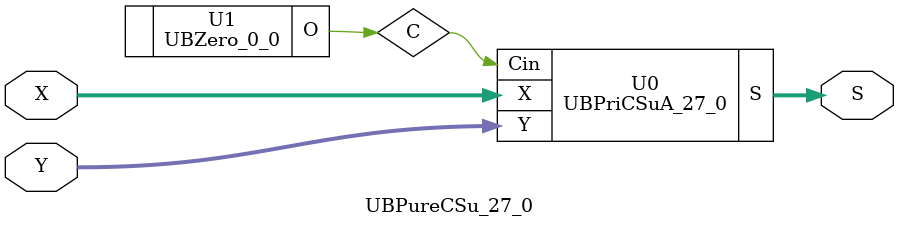
<source format=v>
/*----------------------------------------------------------------------------
  Copyright (c) 2021 Homma laboratory. All rights reserved.

  Top module: UBCSu_27_0_27_0

  Operand-1 length: 28
  Operand-2 length: 28
  Two-operand addition algorithm: Conditional sum adder
----------------------------------------------------------------------------*/

module UBFA_0(C, S, X, Y, Z);
  output C;
  output S;
  input X;
  input Y;
  input Z;
  assign C = ( X & Y ) | ( Y & Z ) | ( Z & X );
  assign S = X ^ Y ^ Z;
endmodule

module UBHCSuB_0_0(C, S, X, Y, Ci);
  output C;
  output S;
  input Ci;
  input X;
  input Y;
  UBFA_0 U0 (C, S, X, Y, Ci);
endmodule

module UBZero_1_1(O);
  output [1:1] O;
  assign O[1] = 0;
endmodule

module UBOne_1(O);
  output O;
  assign O = 1;
endmodule

module UBFA_1(C, S, X, Y, Z);
  output C;
  output S;
  input X;
  input Y;
  input Z;
  assign C = ( X & Y ) | ( Y & Z ) | ( Z & X );
  assign S = X ^ Y ^ Z;
endmodule

module UBCSuB_1_1(C_0, C_1, S_0, S_1, X, Y);
  output C_0;
  output C_1;
  output S_0;
  output S_1;
  input X;
  input Y;
  wire Ci_0;
  wire Ci_1;
  wire Co_0;
  wire Co_1;
  assign C_0 = ( Co_0 & ( ~ Ci_0 ) ) | ( Co_1 & Ci_0 );
  assign C_1 = ( Co_0 & ( ~ Ci_1 ) ) | ( Co_1 & Ci_1 );
  UBZero_1_1 U0 (Ci_0);
  UBOne_1 U1 (Ci_1);
  UBFA_1 U2 (Co_0, S_0, X, Y, Ci_0);
  UBFA_1 U3 (Co_1, S_1, X, Y, Ci_1);
endmodule

module UBHCSuB_1_0(C, S, X, Y, Ci);
  output C;
  output [1:0] S;
  input Ci;
  input [1:0] X;
  input [1:0] Y;
  wire C_0;
  wire C_1;
  wire Co;
  wire S_0;
  wire S_1;
  assign S[1] = ( S_0 & ( ~ Co ) ) | ( S_1 & Co );
  assign C = ( C_0 & ( ~ Co ) ) | ( C_1 & Co );
  UBHCSuB_0_0 U0 (Co, S[0], X[0], Y[0], Ci);
  UBCSuB_1_1 U1 (C_0, C_1, S_0, S_1, X[1], Y[1]);
endmodule

module UBZero_2_2(O);
  output [2:2] O;
  assign O[2] = 0;
endmodule

module UBOne_2(O);
  output O;
  assign O = 1;
endmodule

module UBFA_2(C, S, X, Y, Z);
  output C;
  output S;
  input X;
  input Y;
  input Z;
  assign C = ( X & Y ) | ( Y & Z ) | ( Z & X );
  assign S = X ^ Y ^ Z;
endmodule

module UBCSuB_2_2(C_0, C_1, S_0, S_1, X, Y);
  output C_0;
  output C_1;
  output S_0;
  output S_1;
  input X;
  input Y;
  wire Ci_0;
  wire Ci_1;
  wire Co_0;
  wire Co_1;
  assign C_0 = ( Co_0 & ( ~ Ci_0 ) ) | ( Co_1 & Ci_0 );
  assign C_1 = ( Co_0 & ( ~ Ci_1 ) ) | ( Co_1 & Ci_1 );
  UBZero_2_2 U0 (Ci_0);
  UBOne_2 U1 (Ci_1);
  UBFA_2 U2 (Co_0, S_0, X, Y, Ci_0);
  UBFA_2 U3 (Co_1, S_1, X, Y, Ci_1);
endmodule

module UBZero_3_3(O);
  output [3:3] O;
  assign O[3] = 0;
endmodule

module UBOne_3(O);
  output O;
  assign O = 1;
endmodule

module UBFA_3(C, S, X, Y, Z);
  output C;
  output S;
  input X;
  input Y;
  input Z;
  assign C = ( X & Y ) | ( Y & Z ) | ( Z & X );
  assign S = X ^ Y ^ Z;
endmodule

module UBCSuB_3_3(C_0, C_1, S_0, S_1, X, Y);
  output C_0;
  output C_1;
  output S_0;
  output S_1;
  input X;
  input Y;
  wire Ci_0;
  wire Ci_1;
  wire Co_0;
  wire Co_1;
  assign C_0 = ( Co_0 & ( ~ Ci_0 ) ) | ( Co_1 & Ci_0 );
  assign C_1 = ( Co_0 & ( ~ Ci_1 ) ) | ( Co_1 & Ci_1 );
  UBZero_3_3 U0 (Ci_0);
  UBOne_3 U1 (Ci_1);
  UBFA_3 U2 (Co_0, S_0, X, Y, Ci_0);
  UBFA_3 U3 (Co_1, S_1, X, Y, Ci_1);
endmodule

module UBCSuB_3_2(C_0, C_1, S_0, S_1, X, Y);
  output C_0;
  output C_1;
  output [3:2] S_0;
  output [3:2] S_1;
  input [3:2] X;
  input [3:2] Y;
  wire Ci_0;
  wire Ci_1;
  wire Co_0;
  wire Co_1;
  wire So_0;
  wire So_1;
  assign S_0[3] = ( So_0 & ( ~ Ci_0 ) ) | ( So_1 & Ci_0 );
  assign C_0 = ( Co_0 & ( ~ Ci_0 ) ) | ( Co_1 & Ci_0 );
  assign S_1[3] = ( So_0 & ( ~ Ci_1 ) ) | ( So_1 & Ci_1 );
  assign C_1 = ( Co_0 & ( ~ Ci_1 ) ) | ( Co_1 & Ci_1 );
  UBCSuB_2_2 U0 (Ci_0, Ci_1, S_0[2], S_1[2], X[2], Y[2]);
  UBCSuB_3_3 U1 (Co_0, Co_1, So_0, So_1, X[3], Y[3]);
endmodule

module UBHCSuB_3_0(C, S, X, Y, Ci);
  output C;
  output [3:0] S;
  input Ci;
  input [3:0] X;
  input [3:0] Y;
  wire C_0;
  wire C_1;
  wire Co;
  wire [3:2] S_0;
  wire [3:2] S_1;
  assign S[2] = ( S_0[2] & ( ~ Co ) ) | ( S_1[2] & Co );
  assign S[3] = ( S_0[3] & ( ~ Co ) ) | ( S_1[3] & Co );
  assign C = ( C_0 & ( ~ Co ) ) | ( C_1 & Co );
  UBHCSuB_1_0 U0 (Co, S[1:0], X[1:0], Y[1:0], Ci);
  UBCSuB_3_2 U1 (C_0, C_1, S_0, S_1, X[3:2], Y[3:2]);
endmodule

module UBZero_4_4(O);
  output [4:4] O;
  assign O[4] = 0;
endmodule

module UBOne_4(O);
  output O;
  assign O = 1;
endmodule

module UBFA_4(C, S, X, Y, Z);
  output C;
  output S;
  input X;
  input Y;
  input Z;
  assign C = ( X & Y ) | ( Y & Z ) | ( Z & X );
  assign S = X ^ Y ^ Z;
endmodule

module UBCSuB_4_4(C_0, C_1, S_0, S_1, X, Y);
  output C_0;
  output C_1;
  output S_0;
  output S_1;
  input X;
  input Y;
  wire Ci_0;
  wire Ci_1;
  wire Co_0;
  wire Co_1;
  assign C_0 = ( Co_0 & ( ~ Ci_0 ) ) | ( Co_1 & Ci_0 );
  assign C_1 = ( Co_0 & ( ~ Ci_1 ) ) | ( Co_1 & Ci_1 );
  UBZero_4_4 U0 (Ci_0);
  UBOne_4 U1 (Ci_1);
  UBFA_4 U2 (Co_0, S_0, X, Y, Ci_0);
  UBFA_4 U3 (Co_1, S_1, X, Y, Ci_1);
endmodule

module UBZero_5_5(O);
  output [5:5] O;
  assign O[5] = 0;
endmodule

module UBOne_5(O);
  output O;
  assign O = 1;
endmodule

module UBFA_5(C, S, X, Y, Z);
  output C;
  output S;
  input X;
  input Y;
  input Z;
  assign C = ( X & Y ) | ( Y & Z ) | ( Z & X );
  assign S = X ^ Y ^ Z;
endmodule

module UBCSuB_5_5(C_0, C_1, S_0, S_1, X, Y);
  output C_0;
  output C_1;
  output S_0;
  output S_1;
  input X;
  input Y;
  wire Ci_0;
  wire Ci_1;
  wire Co_0;
  wire Co_1;
  assign C_0 = ( Co_0 & ( ~ Ci_0 ) ) | ( Co_1 & Ci_0 );
  assign C_1 = ( Co_0 & ( ~ Ci_1 ) ) | ( Co_1 & Ci_1 );
  UBZero_5_5 U0 (Ci_0);
  UBOne_5 U1 (Ci_1);
  UBFA_5 U2 (Co_0, S_0, X, Y, Ci_0);
  UBFA_5 U3 (Co_1, S_1, X, Y, Ci_1);
endmodule

module UBCSuB_5_4(C_0, C_1, S_0, S_1, X, Y);
  output C_0;
  output C_1;
  output [5:4] S_0;
  output [5:4] S_1;
  input [5:4] X;
  input [5:4] Y;
  wire Ci_0;
  wire Ci_1;
  wire Co_0;
  wire Co_1;
  wire So_0;
  wire So_1;
  assign S_0[5] = ( So_0 & ( ~ Ci_0 ) ) | ( So_1 & Ci_0 );
  assign C_0 = ( Co_0 & ( ~ Ci_0 ) ) | ( Co_1 & Ci_0 );
  assign S_1[5] = ( So_0 & ( ~ Ci_1 ) ) | ( So_1 & Ci_1 );
  assign C_1 = ( Co_0 & ( ~ Ci_1 ) ) | ( Co_1 & Ci_1 );
  UBCSuB_4_4 U0 (Ci_0, Ci_1, S_0[4], S_1[4], X[4], Y[4]);
  UBCSuB_5_5 U1 (Co_0, Co_1, So_0, So_1, X[5], Y[5]);
endmodule

module UBZero_6_6(O);
  output [6:6] O;
  assign O[6] = 0;
endmodule

module UBOne_6(O);
  output O;
  assign O = 1;
endmodule

module UBFA_6(C, S, X, Y, Z);
  output C;
  output S;
  input X;
  input Y;
  input Z;
  assign C = ( X & Y ) | ( Y & Z ) | ( Z & X );
  assign S = X ^ Y ^ Z;
endmodule

module UBCSuB_6_6(C_0, C_1, S_0, S_1, X, Y);
  output C_0;
  output C_1;
  output S_0;
  output S_1;
  input X;
  input Y;
  wire Ci_0;
  wire Ci_1;
  wire Co_0;
  wire Co_1;
  assign C_0 = ( Co_0 & ( ~ Ci_0 ) ) | ( Co_1 & Ci_0 );
  assign C_1 = ( Co_0 & ( ~ Ci_1 ) ) | ( Co_1 & Ci_1 );
  UBZero_6_6 U0 (Ci_0);
  UBOne_6 U1 (Ci_1);
  UBFA_6 U2 (Co_0, S_0, X, Y, Ci_0);
  UBFA_6 U3 (Co_1, S_1, X, Y, Ci_1);
endmodule

module UBCSuB_6_4(C_0, C_1, S_0, S_1, X, Y);
  output C_0;
  output C_1;
  output [6:4] S_0;
  output [6:4] S_1;
  input [6:4] X;
  input [6:4] Y;
  wire Ci_0;
  wire Ci_1;
  wire Co_0;
  wire Co_1;
  wire [6:6] So_0;
  wire [6:6] So_1;
  assign S_0[6] = ( So_0 & ( ~ Ci_0 ) ) | ( So_1 & Ci_0 );
  assign C_0 = ( Co_0 & ( ~ Ci_0 ) ) | ( Co_1 & Ci_0 );
  assign S_1[6] = ( So_0 & ( ~ Ci_1 ) ) | ( So_1 & Ci_1 );
  assign C_1 = ( Co_0 & ( ~ Ci_1 ) ) | ( Co_1 & Ci_1 );
  UBCSuB_5_4 U0 (Ci_0, Ci_1, S_0[5:4], S_1[5:4], X[5:4], Y[5:4]);
  UBCSuB_6_6 U1 (Co_0, Co_1, So_0, So_1, X[6], Y[6]);
endmodule

module UBHCSuB_6_0(C, S, X, Y, Ci);
  output C;
  output [6:0] S;
  input Ci;
  input [6:0] X;
  input [6:0] Y;
  wire C_0;
  wire C_1;
  wire Co;
  wire [6:4] S_0;
  wire [6:4] S_1;
  assign S[4] = ( S_0[4] & ( ~ Co ) ) | ( S_1[4] & Co );
  assign S[5] = ( S_0[5] & ( ~ Co ) ) | ( S_1[5] & Co );
  assign S[6] = ( S_0[6] & ( ~ Co ) ) | ( S_1[6] & Co );
  assign C = ( C_0 & ( ~ Co ) ) | ( C_1 & Co );
  UBHCSuB_3_0 U0 (Co, S[3:0], X[3:0], Y[3:0], Ci);
  UBCSuB_6_4 U1 (C_0, C_1, S_0, S_1, X[6:4], Y[6:4]);
endmodule

module UBZero_7_7(O);
  output [7:7] O;
  assign O[7] = 0;
endmodule

module UBOne_7(O);
  output O;
  assign O = 1;
endmodule

module UBFA_7(C, S, X, Y, Z);
  output C;
  output S;
  input X;
  input Y;
  input Z;
  assign C = ( X & Y ) | ( Y & Z ) | ( Z & X );
  assign S = X ^ Y ^ Z;
endmodule

module UBCSuB_7_7(C_0, C_1, S_0, S_1, X, Y);
  output C_0;
  output C_1;
  output S_0;
  output S_1;
  input X;
  input Y;
  wire Ci_0;
  wire Ci_1;
  wire Co_0;
  wire Co_1;
  assign C_0 = ( Co_0 & ( ~ Ci_0 ) ) | ( Co_1 & Ci_0 );
  assign C_1 = ( Co_0 & ( ~ Ci_1 ) ) | ( Co_1 & Ci_1 );
  UBZero_7_7 U0 (Ci_0);
  UBOne_7 U1 (Ci_1);
  UBFA_7 U2 (Co_0, S_0, X, Y, Ci_0);
  UBFA_7 U3 (Co_1, S_1, X, Y, Ci_1);
endmodule

module UBZero_8_8(O);
  output [8:8] O;
  assign O[8] = 0;
endmodule

module UBOne_8(O);
  output O;
  assign O = 1;
endmodule

module UBFA_8(C, S, X, Y, Z);
  output C;
  output S;
  input X;
  input Y;
  input Z;
  assign C = ( X & Y ) | ( Y & Z ) | ( Z & X );
  assign S = X ^ Y ^ Z;
endmodule

module UBCSuB_8_8(C_0, C_1, S_0, S_1, X, Y);
  output C_0;
  output C_1;
  output S_0;
  output S_1;
  input X;
  input Y;
  wire Ci_0;
  wire Ci_1;
  wire Co_0;
  wire Co_1;
  assign C_0 = ( Co_0 & ( ~ Ci_0 ) ) | ( Co_1 & Ci_0 );
  assign C_1 = ( Co_0 & ( ~ Ci_1 ) ) | ( Co_1 & Ci_1 );
  UBZero_8_8 U0 (Ci_0);
  UBOne_8 U1 (Ci_1);
  UBFA_8 U2 (Co_0, S_0, X, Y, Ci_0);
  UBFA_8 U3 (Co_1, S_1, X, Y, Ci_1);
endmodule

module UBCSuB_8_7(C_0, C_1, S_0, S_1, X, Y);
  output C_0;
  output C_1;
  output [8:7] S_0;
  output [8:7] S_1;
  input [8:7] X;
  input [8:7] Y;
  wire Ci_0;
  wire Ci_1;
  wire Co_0;
  wire Co_1;
  wire So_0;
  wire So_1;
  assign S_0[8] = ( So_0 & ( ~ Ci_0 ) ) | ( So_1 & Ci_0 );
  assign C_0 = ( Co_0 & ( ~ Ci_0 ) ) | ( Co_1 & Ci_0 );
  assign S_1[8] = ( So_0 & ( ~ Ci_1 ) ) | ( So_1 & Ci_1 );
  assign C_1 = ( Co_0 & ( ~ Ci_1 ) ) | ( Co_1 & Ci_1 );
  UBCSuB_7_7 U0 (Ci_0, Ci_1, S_0[7], S_1[7], X[7], Y[7]);
  UBCSuB_8_8 U1 (Co_0, Co_1, So_0, So_1, X[8], Y[8]);
endmodule

module UBZero_9_9(O);
  output [9:9] O;
  assign O[9] = 0;
endmodule

module UBOne_9(O);
  output O;
  assign O = 1;
endmodule

module UBFA_9(C, S, X, Y, Z);
  output C;
  output S;
  input X;
  input Y;
  input Z;
  assign C = ( X & Y ) | ( Y & Z ) | ( Z & X );
  assign S = X ^ Y ^ Z;
endmodule

module UBCSuB_9_9(C_0, C_1, S_0, S_1, X, Y);
  output C_0;
  output C_1;
  output S_0;
  output S_1;
  input X;
  input Y;
  wire Ci_0;
  wire Ci_1;
  wire Co_0;
  wire Co_1;
  assign C_0 = ( Co_0 & ( ~ Ci_0 ) ) | ( Co_1 & Ci_0 );
  assign C_1 = ( Co_0 & ( ~ Ci_1 ) ) | ( Co_1 & Ci_1 );
  UBZero_9_9 U0 (Ci_0);
  UBOne_9 U1 (Ci_1);
  UBFA_9 U2 (Co_0, S_0, X, Y, Ci_0);
  UBFA_9 U3 (Co_1, S_1, X, Y, Ci_1);
endmodule

module UBZero_10_10(O);
  output [10:10] O;
  assign O[10] = 0;
endmodule

module UBOne_10(O);
  output O;
  assign O = 1;
endmodule

module UBFA_10(C, S, X, Y, Z);
  output C;
  output S;
  input X;
  input Y;
  input Z;
  assign C = ( X & Y ) | ( Y & Z ) | ( Z & X );
  assign S = X ^ Y ^ Z;
endmodule

module UBCSuB_10_10(C_0, C_1, S_0, S_1, X, Y);
  output C_0;
  output C_1;
  output S_0;
  output S_1;
  input X;
  input Y;
  wire Ci_0;
  wire Ci_1;
  wire Co_0;
  wire Co_1;
  assign C_0 = ( Co_0 & ( ~ Ci_0 ) ) | ( Co_1 & Ci_0 );
  assign C_1 = ( Co_0 & ( ~ Ci_1 ) ) | ( Co_1 & Ci_1 );
  UBZero_10_10 U0 (Ci_0);
  UBOne_10 U1 (Ci_1);
  UBFA_10 U2 (Co_0, S_0, X, Y, Ci_0);
  UBFA_10 U3 (Co_1, S_1, X, Y, Ci_1);
endmodule

module UBCSuB_10_9(C_0, C_1, S_0, S_1, X, Y);
  output C_0;
  output C_1;
  output [10:9] S_0;
  output [10:9] S_1;
  input [10:9] X;
  input [10:9] Y;
  wire Ci_0;
  wire Ci_1;
  wire Co_0;
  wire Co_1;
  wire So_0;
  wire So_1;
  assign S_0[10] = ( So_0 & ( ~ Ci_0 ) ) | ( So_1 & Ci_0 );
  assign C_0 = ( Co_0 & ( ~ Ci_0 ) ) | ( Co_1 & Ci_0 );
  assign S_1[10] = ( So_0 & ( ~ Ci_1 ) ) | ( So_1 & Ci_1 );
  assign C_1 = ( Co_0 & ( ~ Ci_1 ) ) | ( Co_1 & Ci_1 );
  UBCSuB_9_9 U0 (Ci_0, Ci_1, S_0[9], S_1[9], X[9], Y[9]);
  UBCSuB_10_10 U1 (Co_0, Co_1, So_0, So_1, X[10], Y[10]);
endmodule

module UBCSuB_10_7(C_0, C_1, S_0, S_1, X, Y);
  output C_0;
  output C_1;
  output [10:7] S_0;
  output [10:7] S_1;
  input [10:7] X;
  input [10:7] Y;
  wire Ci_0;
  wire Ci_1;
  wire Co_0;
  wire Co_1;
  wire [10:9] So_0;
  wire [10:9] So_1;
  assign S_0[9] = ( So_0[9] & ( ~ Ci_0 ) ) | ( So_1[9] & Ci_0 );
  assign S_0[10] = ( So_0[10] & ( ~ Ci_0 ) ) | ( So_1[10] & Ci_0 );
  assign C_0 = ( Co_0 & ( ~ Ci_0 ) ) | ( Co_1 & Ci_0 );
  assign S_1[9] = ( So_0[9] & ( ~ Ci_1 ) ) | ( So_1[9] & Ci_1 );
  assign S_1[10] = ( So_0[10] & ( ~ Ci_1 ) ) | ( So_1[10] & Ci_1 );
  assign C_1 = ( Co_0 & ( ~ Ci_1 ) ) | ( Co_1 & Ci_1 );
  UBCSuB_8_7 U0 (Ci_0, Ci_1, S_0[8:7], S_1[8:7], X[8:7], Y[8:7]);
  UBCSuB_10_9 U1 (Co_0, Co_1, So_0, So_1, X[10:9], Y[10:9]);
endmodule

module UBZero_11_11(O);
  output [11:11] O;
  assign O[11] = 0;
endmodule

module UBOne_11(O);
  output O;
  assign O = 1;
endmodule

module UBFA_11(C, S, X, Y, Z);
  output C;
  output S;
  input X;
  input Y;
  input Z;
  assign C = ( X & Y ) | ( Y & Z ) | ( Z & X );
  assign S = X ^ Y ^ Z;
endmodule

module UBCSuB_11_11(C_0, C_1, S_0, S_1, X, Y);
  output C_0;
  output C_1;
  output S_0;
  output S_1;
  input X;
  input Y;
  wire Ci_0;
  wire Ci_1;
  wire Co_0;
  wire Co_1;
  assign C_0 = ( Co_0 & ( ~ Ci_0 ) ) | ( Co_1 & Ci_0 );
  assign C_1 = ( Co_0 & ( ~ Ci_1 ) ) | ( Co_1 & Ci_1 );
  UBZero_11_11 U0 (Ci_0);
  UBOne_11 U1 (Ci_1);
  UBFA_11 U2 (Co_0, S_0, X, Y, Ci_0);
  UBFA_11 U3 (Co_1, S_1, X, Y, Ci_1);
endmodule

module UBZero_12_12(O);
  output [12:12] O;
  assign O[12] = 0;
endmodule

module UBOne_12(O);
  output O;
  assign O = 1;
endmodule

module UBFA_12(C, S, X, Y, Z);
  output C;
  output S;
  input X;
  input Y;
  input Z;
  assign C = ( X & Y ) | ( Y & Z ) | ( Z & X );
  assign S = X ^ Y ^ Z;
endmodule

module UBCSuB_12_12(C_0, C_1, S_0, S_1, X, Y);
  output C_0;
  output C_1;
  output S_0;
  output S_1;
  input X;
  input Y;
  wire Ci_0;
  wire Ci_1;
  wire Co_0;
  wire Co_1;
  assign C_0 = ( Co_0 & ( ~ Ci_0 ) ) | ( Co_1 & Ci_0 );
  assign C_1 = ( Co_0 & ( ~ Ci_1 ) ) | ( Co_1 & Ci_1 );
  UBZero_12_12 U0 (Ci_0);
  UBOne_12 U1 (Ci_1);
  UBFA_12 U2 (Co_0, S_0, X, Y, Ci_0);
  UBFA_12 U3 (Co_1, S_1, X, Y, Ci_1);
endmodule

module UBCSuB_12_11(C_0, C_1, S_0, S_1, X, Y);
  output C_0;
  output C_1;
  output [12:11] S_0;
  output [12:11] S_1;
  input [12:11] X;
  input [12:11] Y;
  wire Ci_0;
  wire Ci_1;
  wire Co_0;
  wire Co_1;
  wire So_0;
  wire So_1;
  assign S_0[12] = ( So_0 & ( ~ Ci_0 ) ) | ( So_1 & Ci_0 );
  assign C_0 = ( Co_0 & ( ~ Ci_0 ) ) | ( Co_1 & Ci_0 );
  assign S_1[12] = ( So_0 & ( ~ Ci_1 ) ) | ( So_1 & Ci_1 );
  assign C_1 = ( Co_0 & ( ~ Ci_1 ) ) | ( Co_1 & Ci_1 );
  UBCSuB_11_11 U0 (Ci_0, Ci_1, S_0[11], S_1[11], X[11], Y[11]);
  UBCSuB_12_12 U1 (Co_0, Co_1, So_0, So_1, X[12], Y[12]);
endmodule

module UBZero_13_13(O);
  output [13:13] O;
  assign O[13] = 0;
endmodule

module UBOne_13(O);
  output O;
  assign O = 1;
endmodule

module UBFA_13(C, S, X, Y, Z);
  output C;
  output S;
  input X;
  input Y;
  input Z;
  assign C = ( X & Y ) | ( Y & Z ) | ( Z & X );
  assign S = X ^ Y ^ Z;
endmodule

module UBCSuB_13_13(C_0, C_1, S_0, S_1, X, Y);
  output C_0;
  output C_1;
  output S_0;
  output S_1;
  input X;
  input Y;
  wire Ci_0;
  wire Ci_1;
  wire Co_0;
  wire Co_1;
  assign C_0 = ( Co_0 & ( ~ Ci_0 ) ) | ( Co_1 & Ci_0 );
  assign C_1 = ( Co_0 & ( ~ Ci_1 ) ) | ( Co_1 & Ci_1 );
  UBZero_13_13 U0 (Ci_0);
  UBOne_13 U1 (Ci_1);
  UBFA_13 U2 (Co_0, S_0, X, Y, Ci_0);
  UBFA_13 U3 (Co_1, S_1, X, Y, Ci_1);
endmodule

module UBCSuB_13_11(C_0, C_1, S_0, S_1, X, Y);
  output C_0;
  output C_1;
  output [13:11] S_0;
  output [13:11] S_1;
  input [13:11] X;
  input [13:11] Y;
  wire Ci_0;
  wire Ci_1;
  wire Co_0;
  wire Co_1;
  wire [13:13] So_0;
  wire [13:13] So_1;
  assign S_0[13] = ( So_0 & ( ~ Ci_0 ) ) | ( So_1 & Ci_0 );
  assign C_0 = ( Co_0 & ( ~ Ci_0 ) ) | ( Co_1 & Ci_0 );
  assign S_1[13] = ( So_0 & ( ~ Ci_1 ) ) | ( So_1 & Ci_1 );
  assign C_1 = ( Co_0 & ( ~ Ci_1 ) ) | ( Co_1 & Ci_1 );
  UBCSuB_12_11 U0 (Ci_0, Ci_1, S_0[12:11], S_1[12:11], X[12:11], Y[12:11]);
  UBCSuB_13_13 U1 (Co_0, Co_1, So_0, So_1, X[13], Y[13]);
endmodule

module UBCSuB_13_7(C_0, C_1, S_0, S_1, X, Y);
  output C_0;
  output C_1;
  output [13:7] S_0;
  output [13:7] S_1;
  input [13:7] X;
  input [13:7] Y;
  wire Ci_0;
  wire Ci_1;
  wire Co_0;
  wire Co_1;
  wire [13:11] So_0;
  wire [13:11] So_1;
  assign S_0[11] = ( So_0[11] & ( ~ Ci_0 ) ) | ( So_1[11] & Ci_0 );
  assign S_0[12] = ( So_0[12] & ( ~ Ci_0 ) ) | ( So_1[12] & Ci_0 );
  assign S_0[13] = ( So_0[13] & ( ~ Ci_0 ) ) | ( So_1[13] & Ci_0 );
  assign C_0 = ( Co_0 & ( ~ Ci_0 ) ) | ( Co_1 & Ci_0 );
  assign S_1[11] = ( So_0[11] & ( ~ Ci_1 ) ) | ( So_1[11] & Ci_1 );
  assign S_1[12] = ( So_0[12] & ( ~ Ci_1 ) ) | ( So_1[12] & Ci_1 );
  assign S_1[13] = ( So_0[13] & ( ~ Ci_1 ) ) | ( So_1[13] & Ci_1 );
  assign C_1 = ( Co_0 & ( ~ Ci_1 ) ) | ( Co_1 & Ci_1 );
  UBCSuB_10_7 U0 (Ci_0, Ci_1, S_0[10:7], S_1[10:7], X[10:7], Y[10:7]);
  UBCSuB_13_11 U1 (Co_0, Co_1, So_0, So_1, X[13:11], Y[13:11]);
endmodule

module UBHCSuB_13_0(C, S, X, Y, Ci);
  output C;
  output [13:0] S;
  input Ci;
  input [13:0] X;
  input [13:0] Y;
  wire C_0;
  wire C_1;
  wire Co;
  wire [13:7] S_0;
  wire [13:7] S_1;
  assign S[7] = ( S_0[7] & ( ~ Co ) ) | ( S_1[7] & Co );
  assign S[8] = ( S_0[8] & ( ~ Co ) ) | ( S_1[8] & Co );
  assign S[9] = ( S_0[9] & ( ~ Co ) ) | ( S_1[9] & Co );
  assign S[10] = ( S_0[10] & ( ~ Co ) ) | ( S_1[10] & Co );
  assign S[11] = ( S_0[11] & ( ~ Co ) ) | ( S_1[11] & Co );
  assign S[12] = ( S_0[12] & ( ~ Co ) ) | ( S_1[12] & Co );
  assign S[13] = ( S_0[13] & ( ~ Co ) ) | ( S_1[13] & Co );
  assign C = ( C_0 & ( ~ Co ) ) | ( C_1 & Co );
  UBHCSuB_6_0 U0 (Co, S[6:0], X[6:0], Y[6:0], Ci);
  UBCSuB_13_7 U1 (C_0, C_1, S_0, S_1, X[13:7], Y[13:7]);
endmodule

module UBZero_14_14(O);
  output [14:14] O;
  assign O[14] = 0;
endmodule

module UBOne_14(O);
  output O;
  assign O = 1;
endmodule

module UBFA_14(C, S, X, Y, Z);
  output C;
  output S;
  input X;
  input Y;
  input Z;
  assign C = ( X & Y ) | ( Y & Z ) | ( Z & X );
  assign S = X ^ Y ^ Z;
endmodule

module UBCSuB_14_14(C_0, C_1, S_0, S_1, X, Y);
  output C_0;
  output C_1;
  output S_0;
  output S_1;
  input X;
  input Y;
  wire Ci_0;
  wire Ci_1;
  wire Co_0;
  wire Co_1;
  assign C_0 = ( Co_0 & ( ~ Ci_0 ) ) | ( Co_1 & Ci_0 );
  assign C_1 = ( Co_0 & ( ~ Ci_1 ) ) | ( Co_1 & Ci_1 );
  UBZero_14_14 U0 (Ci_0);
  UBOne_14 U1 (Ci_1);
  UBFA_14 U2 (Co_0, S_0, X, Y, Ci_0);
  UBFA_14 U3 (Co_1, S_1, X, Y, Ci_1);
endmodule

module UBZero_15_15(O);
  output [15:15] O;
  assign O[15] = 0;
endmodule

module UBOne_15(O);
  output O;
  assign O = 1;
endmodule

module UBFA_15(C, S, X, Y, Z);
  output C;
  output S;
  input X;
  input Y;
  input Z;
  assign C = ( X & Y ) | ( Y & Z ) | ( Z & X );
  assign S = X ^ Y ^ Z;
endmodule

module UBCSuB_15_15(C_0, C_1, S_0, S_1, X, Y);
  output C_0;
  output C_1;
  output S_0;
  output S_1;
  input X;
  input Y;
  wire Ci_0;
  wire Ci_1;
  wire Co_0;
  wire Co_1;
  assign C_0 = ( Co_0 & ( ~ Ci_0 ) ) | ( Co_1 & Ci_0 );
  assign C_1 = ( Co_0 & ( ~ Ci_1 ) ) | ( Co_1 & Ci_1 );
  UBZero_15_15 U0 (Ci_0);
  UBOne_15 U1 (Ci_1);
  UBFA_15 U2 (Co_0, S_0, X, Y, Ci_0);
  UBFA_15 U3 (Co_1, S_1, X, Y, Ci_1);
endmodule

module UBCSuB_15_14(C_0, C_1, S_0, S_1, X, Y);
  output C_0;
  output C_1;
  output [15:14] S_0;
  output [15:14] S_1;
  input [15:14] X;
  input [15:14] Y;
  wire Ci_0;
  wire Ci_1;
  wire Co_0;
  wire Co_1;
  wire So_0;
  wire So_1;
  assign S_0[15] = ( So_0 & ( ~ Ci_0 ) ) | ( So_1 & Ci_0 );
  assign C_0 = ( Co_0 & ( ~ Ci_0 ) ) | ( Co_1 & Ci_0 );
  assign S_1[15] = ( So_0 & ( ~ Ci_1 ) ) | ( So_1 & Ci_1 );
  assign C_1 = ( Co_0 & ( ~ Ci_1 ) ) | ( Co_1 & Ci_1 );
  UBCSuB_14_14 U0 (Ci_0, Ci_1, S_0[14], S_1[14], X[14], Y[14]);
  UBCSuB_15_15 U1 (Co_0, Co_1, So_0, So_1, X[15], Y[15]);
endmodule

module UBZero_16_16(O);
  output [16:16] O;
  assign O[16] = 0;
endmodule

module UBOne_16(O);
  output O;
  assign O = 1;
endmodule

module UBFA_16(C, S, X, Y, Z);
  output C;
  output S;
  input X;
  input Y;
  input Z;
  assign C = ( X & Y ) | ( Y & Z ) | ( Z & X );
  assign S = X ^ Y ^ Z;
endmodule

module UBCSuB_16_16(C_0, C_1, S_0, S_1, X, Y);
  output C_0;
  output C_1;
  output S_0;
  output S_1;
  input X;
  input Y;
  wire Ci_0;
  wire Ci_1;
  wire Co_0;
  wire Co_1;
  assign C_0 = ( Co_0 & ( ~ Ci_0 ) ) | ( Co_1 & Ci_0 );
  assign C_1 = ( Co_0 & ( ~ Ci_1 ) ) | ( Co_1 & Ci_1 );
  UBZero_16_16 U0 (Ci_0);
  UBOne_16 U1 (Ci_1);
  UBFA_16 U2 (Co_0, S_0, X, Y, Ci_0);
  UBFA_16 U3 (Co_1, S_1, X, Y, Ci_1);
endmodule

module UBZero_17_17(O);
  output [17:17] O;
  assign O[17] = 0;
endmodule

module UBOne_17(O);
  output O;
  assign O = 1;
endmodule

module UBFA_17(C, S, X, Y, Z);
  output C;
  output S;
  input X;
  input Y;
  input Z;
  assign C = ( X & Y ) | ( Y & Z ) | ( Z & X );
  assign S = X ^ Y ^ Z;
endmodule

module UBCSuB_17_17(C_0, C_1, S_0, S_1, X, Y);
  output C_0;
  output C_1;
  output S_0;
  output S_1;
  input X;
  input Y;
  wire Ci_0;
  wire Ci_1;
  wire Co_0;
  wire Co_1;
  assign C_0 = ( Co_0 & ( ~ Ci_0 ) ) | ( Co_1 & Ci_0 );
  assign C_1 = ( Co_0 & ( ~ Ci_1 ) ) | ( Co_1 & Ci_1 );
  UBZero_17_17 U0 (Ci_0);
  UBOne_17 U1 (Ci_1);
  UBFA_17 U2 (Co_0, S_0, X, Y, Ci_0);
  UBFA_17 U3 (Co_1, S_1, X, Y, Ci_1);
endmodule

module UBCSuB_17_16(C_0, C_1, S_0, S_1, X, Y);
  output C_0;
  output C_1;
  output [17:16] S_0;
  output [17:16] S_1;
  input [17:16] X;
  input [17:16] Y;
  wire Ci_0;
  wire Ci_1;
  wire Co_0;
  wire Co_1;
  wire So_0;
  wire So_1;
  assign S_0[17] = ( So_0 & ( ~ Ci_0 ) ) | ( So_1 & Ci_0 );
  assign C_0 = ( Co_0 & ( ~ Ci_0 ) ) | ( Co_1 & Ci_0 );
  assign S_1[17] = ( So_0 & ( ~ Ci_1 ) ) | ( So_1 & Ci_1 );
  assign C_1 = ( Co_0 & ( ~ Ci_1 ) ) | ( Co_1 & Ci_1 );
  UBCSuB_16_16 U0 (Ci_0, Ci_1, S_0[16], S_1[16], X[16], Y[16]);
  UBCSuB_17_17 U1 (Co_0, Co_1, So_0, So_1, X[17], Y[17]);
endmodule

module UBCSuB_17_14(C_0, C_1, S_0, S_1, X, Y);
  output C_0;
  output C_1;
  output [17:14] S_0;
  output [17:14] S_1;
  input [17:14] X;
  input [17:14] Y;
  wire Ci_0;
  wire Ci_1;
  wire Co_0;
  wire Co_1;
  wire [17:16] So_0;
  wire [17:16] So_1;
  assign S_0[16] = ( So_0[16] & ( ~ Ci_0 ) ) | ( So_1[16] & Ci_0 );
  assign S_0[17] = ( So_0[17] & ( ~ Ci_0 ) ) | ( So_1[17] & Ci_0 );
  assign C_0 = ( Co_0 & ( ~ Ci_0 ) ) | ( Co_1 & Ci_0 );
  assign S_1[16] = ( So_0[16] & ( ~ Ci_1 ) ) | ( So_1[16] & Ci_1 );
  assign S_1[17] = ( So_0[17] & ( ~ Ci_1 ) ) | ( So_1[17] & Ci_1 );
  assign C_1 = ( Co_0 & ( ~ Ci_1 ) ) | ( Co_1 & Ci_1 );
  UBCSuB_15_14 U0 (Ci_0, Ci_1, S_0[15:14], S_1[15:14], X[15:14], Y[15:14]);
  UBCSuB_17_16 U1 (Co_0, Co_1, So_0, So_1, X[17:16], Y[17:16]);
endmodule

module UBZero_18_18(O);
  output [18:18] O;
  assign O[18] = 0;
endmodule

module UBOne_18(O);
  output O;
  assign O = 1;
endmodule

module UBFA_18(C, S, X, Y, Z);
  output C;
  output S;
  input X;
  input Y;
  input Z;
  assign C = ( X & Y ) | ( Y & Z ) | ( Z & X );
  assign S = X ^ Y ^ Z;
endmodule

module UBCSuB_18_18(C_0, C_1, S_0, S_1, X, Y);
  output C_0;
  output C_1;
  output S_0;
  output S_1;
  input X;
  input Y;
  wire Ci_0;
  wire Ci_1;
  wire Co_0;
  wire Co_1;
  assign C_0 = ( Co_0 & ( ~ Ci_0 ) ) | ( Co_1 & Ci_0 );
  assign C_1 = ( Co_0 & ( ~ Ci_1 ) ) | ( Co_1 & Ci_1 );
  UBZero_18_18 U0 (Ci_0);
  UBOne_18 U1 (Ci_1);
  UBFA_18 U2 (Co_0, S_0, X, Y, Ci_0);
  UBFA_18 U3 (Co_1, S_1, X, Y, Ci_1);
endmodule

module UBZero_19_19(O);
  output [19:19] O;
  assign O[19] = 0;
endmodule

module UBOne_19(O);
  output O;
  assign O = 1;
endmodule

module UBFA_19(C, S, X, Y, Z);
  output C;
  output S;
  input X;
  input Y;
  input Z;
  assign C = ( X & Y ) | ( Y & Z ) | ( Z & X );
  assign S = X ^ Y ^ Z;
endmodule

module UBCSuB_19_19(C_0, C_1, S_0, S_1, X, Y);
  output C_0;
  output C_1;
  output S_0;
  output S_1;
  input X;
  input Y;
  wire Ci_0;
  wire Ci_1;
  wire Co_0;
  wire Co_1;
  assign C_0 = ( Co_0 & ( ~ Ci_0 ) ) | ( Co_1 & Ci_0 );
  assign C_1 = ( Co_0 & ( ~ Ci_1 ) ) | ( Co_1 & Ci_1 );
  UBZero_19_19 U0 (Ci_0);
  UBOne_19 U1 (Ci_1);
  UBFA_19 U2 (Co_0, S_0, X, Y, Ci_0);
  UBFA_19 U3 (Co_1, S_1, X, Y, Ci_1);
endmodule

module UBCSuB_19_18(C_0, C_1, S_0, S_1, X, Y);
  output C_0;
  output C_1;
  output [19:18] S_0;
  output [19:18] S_1;
  input [19:18] X;
  input [19:18] Y;
  wire Ci_0;
  wire Ci_1;
  wire Co_0;
  wire Co_1;
  wire So_0;
  wire So_1;
  assign S_0[19] = ( So_0 & ( ~ Ci_0 ) ) | ( So_1 & Ci_0 );
  assign C_0 = ( Co_0 & ( ~ Ci_0 ) ) | ( Co_1 & Ci_0 );
  assign S_1[19] = ( So_0 & ( ~ Ci_1 ) ) | ( So_1 & Ci_1 );
  assign C_1 = ( Co_0 & ( ~ Ci_1 ) ) | ( Co_1 & Ci_1 );
  UBCSuB_18_18 U0 (Ci_0, Ci_1, S_0[18], S_1[18], X[18], Y[18]);
  UBCSuB_19_19 U1 (Co_0, Co_1, So_0, So_1, X[19], Y[19]);
endmodule

module UBZero_20_20(O);
  output [20:20] O;
  assign O[20] = 0;
endmodule

module UBOne_20(O);
  output O;
  assign O = 1;
endmodule

module UBFA_20(C, S, X, Y, Z);
  output C;
  output S;
  input X;
  input Y;
  input Z;
  assign C = ( X & Y ) | ( Y & Z ) | ( Z & X );
  assign S = X ^ Y ^ Z;
endmodule

module UBCSuB_20_20(C_0, C_1, S_0, S_1, X, Y);
  output C_0;
  output C_1;
  output S_0;
  output S_1;
  input X;
  input Y;
  wire Ci_0;
  wire Ci_1;
  wire Co_0;
  wire Co_1;
  assign C_0 = ( Co_0 & ( ~ Ci_0 ) ) | ( Co_1 & Ci_0 );
  assign C_1 = ( Co_0 & ( ~ Ci_1 ) ) | ( Co_1 & Ci_1 );
  UBZero_20_20 U0 (Ci_0);
  UBOne_20 U1 (Ci_1);
  UBFA_20 U2 (Co_0, S_0, X, Y, Ci_0);
  UBFA_20 U3 (Co_1, S_1, X, Y, Ci_1);
endmodule

module UBCSuB_20_18(C_0, C_1, S_0, S_1, X, Y);
  output C_0;
  output C_1;
  output [20:18] S_0;
  output [20:18] S_1;
  input [20:18] X;
  input [20:18] Y;
  wire Ci_0;
  wire Ci_1;
  wire Co_0;
  wire Co_1;
  wire [20:20] So_0;
  wire [20:20] So_1;
  assign S_0[20] = ( So_0 & ( ~ Ci_0 ) ) | ( So_1 & Ci_0 );
  assign C_0 = ( Co_0 & ( ~ Ci_0 ) ) | ( Co_1 & Ci_0 );
  assign S_1[20] = ( So_0 & ( ~ Ci_1 ) ) | ( So_1 & Ci_1 );
  assign C_1 = ( Co_0 & ( ~ Ci_1 ) ) | ( Co_1 & Ci_1 );
  UBCSuB_19_18 U0 (Ci_0, Ci_1, S_0[19:18], S_1[19:18], X[19:18], Y[19:18]);
  UBCSuB_20_20 U1 (Co_0, Co_1, So_0, So_1, X[20], Y[20]);
endmodule

module UBCSuB_20_14(C_0, C_1, S_0, S_1, X, Y);
  output C_0;
  output C_1;
  output [20:14] S_0;
  output [20:14] S_1;
  input [20:14] X;
  input [20:14] Y;
  wire Ci_0;
  wire Ci_1;
  wire Co_0;
  wire Co_1;
  wire [20:18] So_0;
  wire [20:18] So_1;
  assign S_0[18] = ( So_0[18] & ( ~ Ci_0 ) ) | ( So_1[18] & Ci_0 );
  assign S_0[19] = ( So_0[19] & ( ~ Ci_0 ) ) | ( So_1[19] & Ci_0 );
  assign S_0[20] = ( So_0[20] & ( ~ Ci_0 ) ) | ( So_1[20] & Ci_0 );
  assign C_0 = ( Co_0 & ( ~ Ci_0 ) ) | ( Co_1 & Ci_0 );
  assign S_1[18] = ( So_0[18] & ( ~ Ci_1 ) ) | ( So_1[18] & Ci_1 );
  assign S_1[19] = ( So_0[19] & ( ~ Ci_1 ) ) | ( So_1[19] & Ci_1 );
  assign S_1[20] = ( So_0[20] & ( ~ Ci_1 ) ) | ( So_1[20] & Ci_1 );
  assign C_1 = ( Co_0 & ( ~ Ci_1 ) ) | ( Co_1 & Ci_1 );
  UBCSuB_17_14 U0 (Ci_0, Ci_1, S_0[17:14], S_1[17:14], X[17:14], Y[17:14]);
  UBCSuB_20_18 U1 (Co_0, Co_1, So_0, So_1, X[20:18], Y[20:18]);
endmodule

module UBZero_21_21(O);
  output [21:21] O;
  assign O[21] = 0;
endmodule

module UBOne_21(O);
  output O;
  assign O = 1;
endmodule

module UBFA_21(C, S, X, Y, Z);
  output C;
  output S;
  input X;
  input Y;
  input Z;
  assign C = ( X & Y ) | ( Y & Z ) | ( Z & X );
  assign S = X ^ Y ^ Z;
endmodule

module UBCSuB_21_21(C_0, C_1, S_0, S_1, X, Y);
  output C_0;
  output C_1;
  output S_0;
  output S_1;
  input X;
  input Y;
  wire Ci_0;
  wire Ci_1;
  wire Co_0;
  wire Co_1;
  assign C_0 = ( Co_0 & ( ~ Ci_0 ) ) | ( Co_1 & Ci_0 );
  assign C_1 = ( Co_0 & ( ~ Ci_1 ) ) | ( Co_1 & Ci_1 );
  UBZero_21_21 U0 (Ci_0);
  UBOne_21 U1 (Ci_1);
  UBFA_21 U2 (Co_0, S_0, X, Y, Ci_0);
  UBFA_21 U3 (Co_1, S_1, X, Y, Ci_1);
endmodule

module UBZero_22_22(O);
  output [22:22] O;
  assign O[22] = 0;
endmodule

module UBOne_22(O);
  output O;
  assign O = 1;
endmodule

module UBFA_22(C, S, X, Y, Z);
  output C;
  output S;
  input X;
  input Y;
  input Z;
  assign C = ( X & Y ) | ( Y & Z ) | ( Z & X );
  assign S = X ^ Y ^ Z;
endmodule

module UBCSuB_22_22(C_0, C_1, S_0, S_1, X, Y);
  output C_0;
  output C_1;
  output S_0;
  output S_1;
  input X;
  input Y;
  wire Ci_0;
  wire Ci_1;
  wire Co_0;
  wire Co_1;
  assign C_0 = ( Co_0 & ( ~ Ci_0 ) ) | ( Co_1 & Ci_0 );
  assign C_1 = ( Co_0 & ( ~ Ci_1 ) ) | ( Co_1 & Ci_1 );
  UBZero_22_22 U0 (Ci_0);
  UBOne_22 U1 (Ci_1);
  UBFA_22 U2 (Co_0, S_0, X, Y, Ci_0);
  UBFA_22 U3 (Co_1, S_1, X, Y, Ci_1);
endmodule

module UBCSuB_22_21(C_0, C_1, S_0, S_1, X, Y);
  output C_0;
  output C_1;
  output [22:21] S_0;
  output [22:21] S_1;
  input [22:21] X;
  input [22:21] Y;
  wire Ci_0;
  wire Ci_1;
  wire Co_0;
  wire Co_1;
  wire So_0;
  wire So_1;
  assign S_0[22] = ( So_0 & ( ~ Ci_0 ) ) | ( So_1 & Ci_0 );
  assign C_0 = ( Co_0 & ( ~ Ci_0 ) ) | ( Co_1 & Ci_0 );
  assign S_1[22] = ( So_0 & ( ~ Ci_1 ) ) | ( So_1 & Ci_1 );
  assign C_1 = ( Co_0 & ( ~ Ci_1 ) ) | ( Co_1 & Ci_1 );
  UBCSuB_21_21 U0 (Ci_0, Ci_1, S_0[21], S_1[21], X[21], Y[21]);
  UBCSuB_22_22 U1 (Co_0, Co_1, So_0, So_1, X[22], Y[22]);
endmodule

module UBZero_23_23(O);
  output [23:23] O;
  assign O[23] = 0;
endmodule

module UBOne_23(O);
  output O;
  assign O = 1;
endmodule

module UBFA_23(C, S, X, Y, Z);
  output C;
  output S;
  input X;
  input Y;
  input Z;
  assign C = ( X & Y ) | ( Y & Z ) | ( Z & X );
  assign S = X ^ Y ^ Z;
endmodule

module UBCSuB_23_23(C_0, C_1, S_0, S_1, X, Y);
  output C_0;
  output C_1;
  output S_0;
  output S_1;
  input X;
  input Y;
  wire Ci_0;
  wire Ci_1;
  wire Co_0;
  wire Co_1;
  assign C_0 = ( Co_0 & ( ~ Ci_0 ) ) | ( Co_1 & Ci_0 );
  assign C_1 = ( Co_0 & ( ~ Ci_1 ) ) | ( Co_1 & Ci_1 );
  UBZero_23_23 U0 (Ci_0);
  UBOne_23 U1 (Ci_1);
  UBFA_23 U2 (Co_0, S_0, X, Y, Ci_0);
  UBFA_23 U3 (Co_1, S_1, X, Y, Ci_1);
endmodule

module UBZero_24_24(O);
  output [24:24] O;
  assign O[24] = 0;
endmodule

module UBOne_24(O);
  output O;
  assign O = 1;
endmodule

module UBFA_24(C, S, X, Y, Z);
  output C;
  output S;
  input X;
  input Y;
  input Z;
  assign C = ( X & Y ) | ( Y & Z ) | ( Z & X );
  assign S = X ^ Y ^ Z;
endmodule

module UBCSuB_24_24(C_0, C_1, S_0, S_1, X, Y);
  output C_0;
  output C_1;
  output S_0;
  output S_1;
  input X;
  input Y;
  wire Ci_0;
  wire Ci_1;
  wire Co_0;
  wire Co_1;
  assign C_0 = ( Co_0 & ( ~ Ci_0 ) ) | ( Co_1 & Ci_0 );
  assign C_1 = ( Co_0 & ( ~ Ci_1 ) ) | ( Co_1 & Ci_1 );
  UBZero_24_24 U0 (Ci_0);
  UBOne_24 U1 (Ci_1);
  UBFA_24 U2 (Co_0, S_0, X, Y, Ci_0);
  UBFA_24 U3 (Co_1, S_1, X, Y, Ci_1);
endmodule

module UBCSuB_24_23(C_0, C_1, S_0, S_1, X, Y);
  output C_0;
  output C_1;
  output [24:23] S_0;
  output [24:23] S_1;
  input [24:23] X;
  input [24:23] Y;
  wire Ci_0;
  wire Ci_1;
  wire Co_0;
  wire Co_1;
  wire So_0;
  wire So_1;
  assign S_0[24] = ( So_0 & ( ~ Ci_0 ) ) | ( So_1 & Ci_0 );
  assign C_0 = ( Co_0 & ( ~ Ci_0 ) ) | ( Co_1 & Ci_0 );
  assign S_1[24] = ( So_0 & ( ~ Ci_1 ) ) | ( So_1 & Ci_1 );
  assign C_1 = ( Co_0 & ( ~ Ci_1 ) ) | ( Co_1 & Ci_1 );
  UBCSuB_23_23 U0 (Ci_0, Ci_1, S_0[23], S_1[23], X[23], Y[23]);
  UBCSuB_24_24 U1 (Co_0, Co_1, So_0, So_1, X[24], Y[24]);
endmodule

module UBCSuB_24_21(C_0, C_1, S_0, S_1, X, Y);
  output C_0;
  output C_1;
  output [24:21] S_0;
  output [24:21] S_1;
  input [24:21] X;
  input [24:21] Y;
  wire Ci_0;
  wire Ci_1;
  wire Co_0;
  wire Co_1;
  wire [24:23] So_0;
  wire [24:23] So_1;
  assign S_0[23] = ( So_0[23] & ( ~ Ci_0 ) ) | ( So_1[23] & Ci_0 );
  assign S_0[24] = ( So_0[24] & ( ~ Ci_0 ) ) | ( So_1[24] & Ci_0 );
  assign C_0 = ( Co_0 & ( ~ Ci_0 ) ) | ( Co_1 & Ci_0 );
  assign S_1[23] = ( So_0[23] & ( ~ Ci_1 ) ) | ( So_1[23] & Ci_1 );
  assign S_1[24] = ( So_0[24] & ( ~ Ci_1 ) ) | ( So_1[24] & Ci_1 );
  assign C_1 = ( Co_0 & ( ~ Ci_1 ) ) | ( Co_1 & Ci_1 );
  UBCSuB_22_21 U0 (Ci_0, Ci_1, S_0[22:21], S_1[22:21], X[22:21], Y[22:21]);
  UBCSuB_24_23 U1 (Co_0, Co_1, So_0, So_1, X[24:23], Y[24:23]);
endmodule

module UBZero_25_25(O);
  output [25:25] O;
  assign O[25] = 0;
endmodule

module UBOne_25(O);
  output O;
  assign O = 1;
endmodule

module UBFA_25(C, S, X, Y, Z);
  output C;
  output S;
  input X;
  input Y;
  input Z;
  assign C = ( X & Y ) | ( Y & Z ) | ( Z & X );
  assign S = X ^ Y ^ Z;
endmodule

module UBCSuB_25_25(C_0, C_1, S_0, S_1, X, Y);
  output C_0;
  output C_1;
  output S_0;
  output S_1;
  input X;
  input Y;
  wire Ci_0;
  wire Ci_1;
  wire Co_0;
  wire Co_1;
  assign C_0 = ( Co_0 & ( ~ Ci_0 ) ) | ( Co_1 & Ci_0 );
  assign C_1 = ( Co_0 & ( ~ Ci_1 ) ) | ( Co_1 & Ci_1 );
  UBZero_25_25 U0 (Ci_0);
  UBOne_25 U1 (Ci_1);
  UBFA_25 U2 (Co_0, S_0, X, Y, Ci_0);
  UBFA_25 U3 (Co_1, S_1, X, Y, Ci_1);
endmodule

module UBZero_26_26(O);
  output [26:26] O;
  assign O[26] = 0;
endmodule

module UBOne_26(O);
  output O;
  assign O = 1;
endmodule

module UBFA_26(C, S, X, Y, Z);
  output C;
  output S;
  input X;
  input Y;
  input Z;
  assign C = ( X & Y ) | ( Y & Z ) | ( Z & X );
  assign S = X ^ Y ^ Z;
endmodule

module UBCSuB_26_26(C_0, C_1, S_0, S_1, X, Y);
  output C_0;
  output C_1;
  output S_0;
  output S_1;
  input X;
  input Y;
  wire Ci_0;
  wire Ci_1;
  wire Co_0;
  wire Co_1;
  assign C_0 = ( Co_0 & ( ~ Ci_0 ) ) | ( Co_1 & Ci_0 );
  assign C_1 = ( Co_0 & ( ~ Ci_1 ) ) | ( Co_1 & Ci_1 );
  UBZero_26_26 U0 (Ci_0);
  UBOne_26 U1 (Ci_1);
  UBFA_26 U2 (Co_0, S_0, X, Y, Ci_0);
  UBFA_26 U3 (Co_1, S_1, X, Y, Ci_1);
endmodule

module UBCSuB_26_25(C_0, C_1, S_0, S_1, X, Y);
  output C_0;
  output C_1;
  output [26:25] S_0;
  output [26:25] S_1;
  input [26:25] X;
  input [26:25] Y;
  wire Ci_0;
  wire Ci_1;
  wire Co_0;
  wire Co_1;
  wire So_0;
  wire So_1;
  assign S_0[26] = ( So_0 & ( ~ Ci_0 ) ) | ( So_1 & Ci_0 );
  assign C_0 = ( Co_0 & ( ~ Ci_0 ) ) | ( Co_1 & Ci_0 );
  assign S_1[26] = ( So_0 & ( ~ Ci_1 ) ) | ( So_1 & Ci_1 );
  assign C_1 = ( Co_0 & ( ~ Ci_1 ) ) | ( Co_1 & Ci_1 );
  UBCSuB_25_25 U0 (Ci_0, Ci_1, S_0[25], S_1[25], X[25], Y[25]);
  UBCSuB_26_26 U1 (Co_0, Co_1, So_0, So_1, X[26], Y[26]);
endmodule

module UBZero_27_27(O);
  output [27:27] O;
  assign O[27] = 0;
endmodule

module UBOne_27(O);
  output O;
  assign O = 1;
endmodule

module UBFA_27(C, S, X, Y, Z);
  output C;
  output S;
  input X;
  input Y;
  input Z;
  assign C = ( X & Y ) | ( Y & Z ) | ( Z & X );
  assign S = X ^ Y ^ Z;
endmodule

module UBCSuB_27_27(C_0, C_1, S_0, S_1, X, Y);
  output C_0;
  output C_1;
  output S_0;
  output S_1;
  input X;
  input Y;
  wire Ci_0;
  wire Ci_1;
  wire Co_0;
  wire Co_1;
  assign C_0 = ( Co_0 & ( ~ Ci_0 ) ) | ( Co_1 & Ci_0 );
  assign C_1 = ( Co_0 & ( ~ Ci_1 ) ) | ( Co_1 & Ci_1 );
  UBZero_27_27 U0 (Ci_0);
  UBOne_27 U1 (Ci_1);
  UBFA_27 U2 (Co_0, S_0, X, Y, Ci_0);
  UBFA_27 U3 (Co_1, S_1, X, Y, Ci_1);
endmodule

module UBCSuB_27_25(C_0, C_1, S_0, S_1, X, Y);
  output C_0;
  output C_1;
  output [27:25] S_0;
  output [27:25] S_1;
  input [27:25] X;
  input [27:25] Y;
  wire Ci_0;
  wire Ci_1;
  wire Co_0;
  wire Co_1;
  wire [27:27] So_0;
  wire [27:27] So_1;
  assign S_0[27] = ( So_0 & ( ~ Ci_0 ) ) | ( So_1 & Ci_0 );
  assign C_0 = ( Co_0 & ( ~ Ci_0 ) ) | ( Co_1 & Ci_0 );
  assign S_1[27] = ( So_0 & ( ~ Ci_1 ) ) | ( So_1 & Ci_1 );
  assign C_1 = ( Co_0 & ( ~ Ci_1 ) ) | ( Co_1 & Ci_1 );
  UBCSuB_26_25 U0 (Ci_0, Ci_1, S_0[26:25], S_1[26:25], X[26:25], Y[26:25]);
  UBCSuB_27_27 U1 (Co_0, Co_1, So_0, So_1, X[27], Y[27]);
endmodule

module UBCSuB_27_21(C_0, C_1, S_0, S_1, X, Y);
  output C_0;
  output C_1;
  output [27:21] S_0;
  output [27:21] S_1;
  input [27:21] X;
  input [27:21] Y;
  wire Ci_0;
  wire Ci_1;
  wire Co_0;
  wire Co_1;
  wire [27:25] So_0;
  wire [27:25] So_1;
  assign S_0[25] = ( So_0[25] & ( ~ Ci_0 ) ) | ( So_1[25] & Ci_0 );
  assign S_0[26] = ( So_0[26] & ( ~ Ci_0 ) ) | ( So_1[26] & Ci_0 );
  assign S_0[27] = ( So_0[27] & ( ~ Ci_0 ) ) | ( So_1[27] & Ci_0 );
  assign C_0 = ( Co_0 & ( ~ Ci_0 ) ) | ( Co_1 & Ci_0 );
  assign S_1[25] = ( So_0[25] & ( ~ Ci_1 ) ) | ( So_1[25] & Ci_1 );
  assign S_1[26] = ( So_0[26] & ( ~ Ci_1 ) ) | ( So_1[26] & Ci_1 );
  assign S_1[27] = ( So_0[27] & ( ~ Ci_1 ) ) | ( So_1[27] & Ci_1 );
  assign C_1 = ( Co_0 & ( ~ Ci_1 ) ) | ( Co_1 & Ci_1 );
  UBCSuB_24_21 U0 (Ci_0, Ci_1, S_0[24:21], S_1[24:21], X[24:21], Y[24:21]);
  UBCSuB_27_25 U1 (Co_0, Co_1, So_0, So_1, X[27:25], Y[27:25]);
endmodule

module UBCSuB_27_14(C_0, C_1, S_0, S_1, X, Y);
  output C_0;
  output C_1;
  output [27:14] S_0;
  output [27:14] S_1;
  input [27:14] X;
  input [27:14] Y;
  wire Ci_0;
  wire Ci_1;
  wire Co_0;
  wire Co_1;
  wire [27:21] So_0;
  wire [27:21] So_1;
  assign S_0[21] = ( So_0[21] & ( ~ Ci_0 ) ) | ( So_1[21] & Ci_0 );
  assign S_0[22] = ( So_0[22] & ( ~ Ci_0 ) ) | ( So_1[22] & Ci_0 );
  assign S_0[23] = ( So_0[23] & ( ~ Ci_0 ) ) | ( So_1[23] & Ci_0 );
  assign S_0[24] = ( So_0[24] & ( ~ Ci_0 ) ) | ( So_1[24] & Ci_0 );
  assign S_0[25] = ( So_0[25] & ( ~ Ci_0 ) ) | ( So_1[25] & Ci_0 );
  assign S_0[26] = ( So_0[26] & ( ~ Ci_0 ) ) | ( So_1[26] & Ci_0 );
  assign S_0[27] = ( So_0[27] & ( ~ Ci_0 ) ) | ( So_1[27] & Ci_0 );
  assign C_0 = ( Co_0 & ( ~ Ci_0 ) ) | ( Co_1 & Ci_0 );
  assign S_1[21] = ( So_0[21] & ( ~ Ci_1 ) ) | ( So_1[21] & Ci_1 );
  assign S_1[22] = ( So_0[22] & ( ~ Ci_1 ) ) | ( So_1[22] & Ci_1 );
  assign S_1[23] = ( So_0[23] & ( ~ Ci_1 ) ) | ( So_1[23] & Ci_1 );
  assign S_1[24] = ( So_0[24] & ( ~ Ci_1 ) ) | ( So_1[24] & Ci_1 );
  assign S_1[25] = ( So_0[25] & ( ~ Ci_1 ) ) | ( So_1[25] & Ci_1 );
  assign S_1[26] = ( So_0[26] & ( ~ Ci_1 ) ) | ( So_1[26] & Ci_1 );
  assign S_1[27] = ( So_0[27] & ( ~ Ci_1 ) ) | ( So_1[27] & Ci_1 );
  assign C_1 = ( Co_0 & ( ~ Ci_1 ) ) | ( Co_1 & Ci_1 );
  UBCSuB_20_14 U0 (Ci_0, Ci_1, S_0[20:14], S_1[20:14], X[20:14], Y[20:14]);
  UBCSuB_27_21 U1 (Co_0, Co_1, So_0, So_1, X[27:21], Y[27:21]);
endmodule

module UBPriCSuA_27_0(S, X, Y, Cin);
  output [28:0] S;
  input Cin;
  input [27:0] X;
  input [27:0] Y;
  wire C_0;
  wire C_1;
  wire Co;
  wire [27:14] S_0;
  wire [27:14] S_1;
  assign S[14] = ( S_0[14] & ( ~ Co ) ) | ( S_1[14] & Co );
  assign S[15] = ( S_0[15] & ( ~ Co ) ) | ( S_1[15] & Co );
  assign S[16] = ( S_0[16] & ( ~ Co ) ) | ( S_1[16] & Co );
  assign S[17] = ( S_0[17] & ( ~ Co ) ) | ( S_1[17] & Co );
  assign S[18] = ( S_0[18] & ( ~ Co ) ) | ( S_1[18] & Co );
  assign S[19] = ( S_0[19] & ( ~ Co ) ) | ( S_1[19] & Co );
  assign S[20] = ( S_0[20] & ( ~ Co ) ) | ( S_1[20] & Co );
  assign S[21] = ( S_0[21] & ( ~ Co ) ) | ( S_1[21] & Co );
  assign S[22] = ( S_0[22] & ( ~ Co ) ) | ( S_1[22] & Co );
  assign S[23] = ( S_0[23] & ( ~ Co ) ) | ( S_1[23] & Co );
  assign S[24] = ( S_0[24] & ( ~ Co ) ) | ( S_1[24] & Co );
  assign S[25] = ( S_0[25] & ( ~ Co ) ) | ( S_1[25] & Co );
  assign S[26] = ( S_0[26] & ( ~ Co ) ) | ( S_1[26] & Co );
  assign S[27] = ( S_0[27] & ( ~ Co ) ) | ( S_1[27] & Co );
  assign S[28] = ( C_0 & ( ~ Co ) ) | ( C_1 & Co );
  UBHCSuB_13_0 U0 (Co, S[13:0], X[13:0], Y[13:0], Cin);
  UBCSuB_27_14 U1 (C_0, C_1, S_0, S_1, X[27:14], Y[27:14]);
endmodule

module UBZero_0_0(O);
  output [0:0] O;
  assign O[0] = 0;
endmodule

module UBCSu_27_0_27_0 (S, X, Y);
  output [28:0] S;
  input [27:0] X;
  input [27:0] Y;
  UBPureCSu_27_0 U0 (S[28:0], X[27:0], Y[27:0]);
endmodule

module UBPureCSu_27_0 (S, X, Y);
  output [28:0] S;
  input [27:0] X;
  input [27:0] Y;
  wire C;
  UBPriCSuA_27_0 U0 (S, X, Y, C);
  UBZero_0_0 U1 (C);
endmodule


</source>
